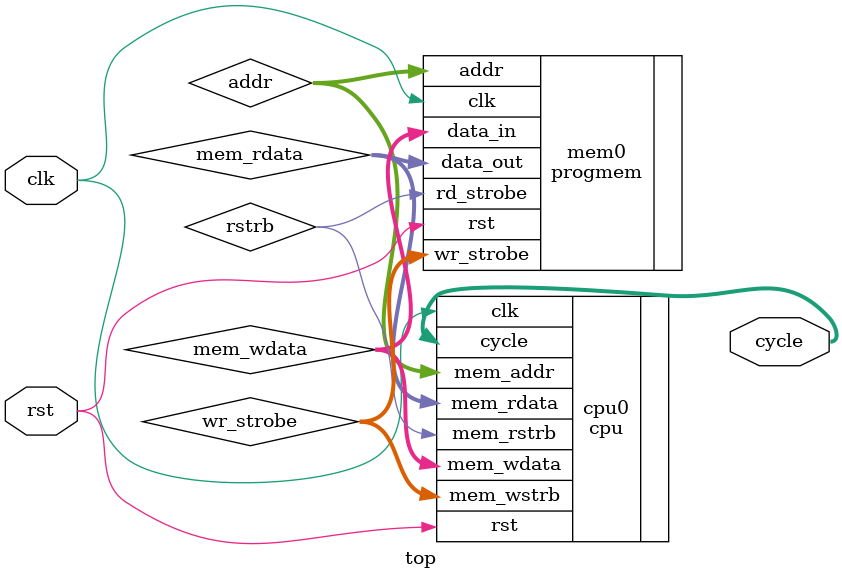
<source format=v>
`include "cpu.v"
`include "progmem.v"
module top(
    input rst, clk,
    output [31:0] cycle
  );
  wire [31:0] mem_rdata, mem_wdata, addr;
  wire rstrb;
  wire [3:0] wr_strobe;
  
  //Instantiate sub modules
  cpu cpu0(
        .rst(rst), .clk(clk),
        .mem_rdata(mem_rdata),
        .mem_addr(addr),
        .cycle(cycle),
        .mem_rstrb(rstrb),
        .mem_wdata(mem_wdata),
        .mem_wstrb(wr_strobe)
      );

  progmem mem0(
            .rst(rst), .clk(clk),
            .addr(addr),
            .data_in(mem_wdata),
            .rd_strobe(rstrb),
            .wr_strobe(wr_strobe),
            .data_out(mem_rdata)
          );
endmodule

</source>
